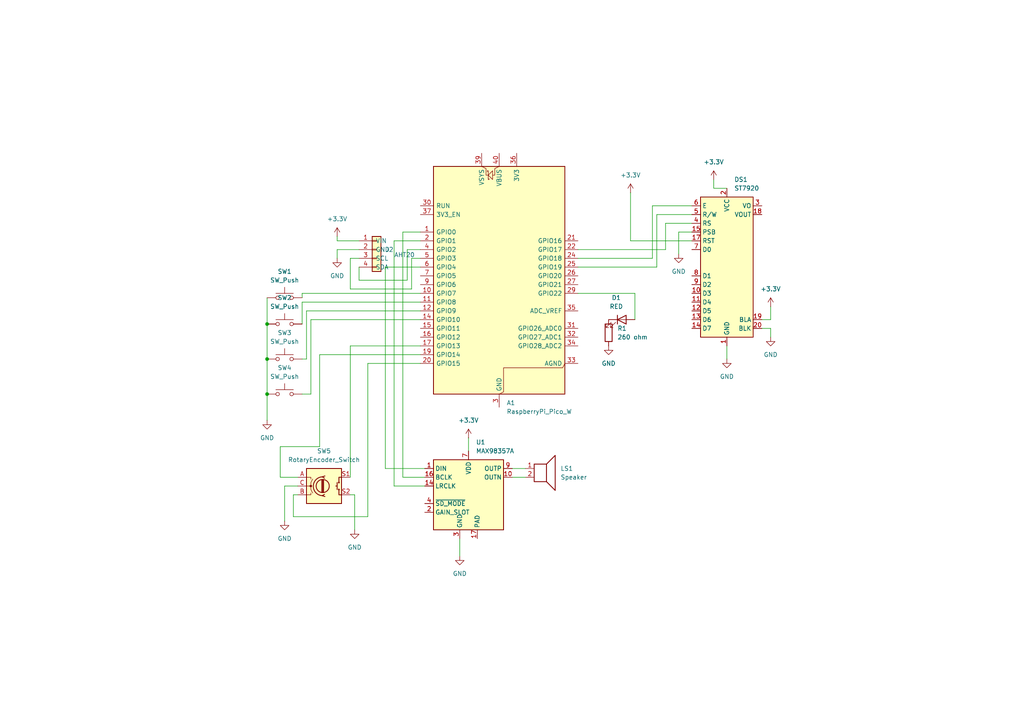
<source format=kicad_sch>
(kicad_sch (version 20250114) (generator "eeschema") (generator_version "9.0")
  (paper "A4")
  (lib_symbols
    (symbol "Audio:MAX98357A"
      (property "Reference" "U" (at -8.89 11.43 0))
      (property "Value" "MAX98357A" (at 10.16 11.43 0))
      (symbol "MAX98357A_1_1"
        (rectangle (start -10.16 10.16) (end 10.16 -10.16) (stroke (width 0.254)) (fill (type background)))
        (pin input line (at -12.7 7.62 0) (length 2.54) (name "DIN") (number "1"))
        (pin input line (at -12.7 5.08 0) (length 2.54) (name "BCLK") (number "16"))
        (pin input line (at -12.7 2.54 0) (length 2.54) (name "LRCLK") (number "14"))
        (pin input line (at -12.7 -2.54 0) (length 2.54) (name "~{SD_MODE}") (number "4"))
        (pin passive line (at -12.7 -5.08 0) (length 2.54) (name "GAIN_SLOT") (number "2"))
        (pin passive line (at -2.54 -12.7 90) (length 2.54) (hide yes) (name "GND") (number "11"))
        (pin passive line (at -2.54 -12.7 90) (length 2.54) (hide yes) (name "GND") (number "15"))
        (pin power_in line (at -2.54 -12.7 90) (length 2.54) (name "GND") (number "3"))
        (pin power_in line (at 0 12.7 270) (length 2.54) (name "VDD") (number "7"))
        (pin passive line (at 0 12.7 270) (length 2.54) (hide yes) (name "VDD") (number "8"))
        (pin unspecified line (at 2.54 -12.7 90) (length 2.54) (name "PAD") (number "17"))
        (pin no_connect line (at 10.16 2.54 180) (length 2.54) (hide yes) (name "NC") (number "5"))
        (pin no_connect line (at 10.16 0 180) (length 2.54) (hide yes) (name "NC") (number "6"))
        (pin no_connect line (at 10.16 -5.08 180) (length 2.54) (hide yes) (name "NC") (number "12"))
        (pin no_connect line (at 10.16 -7.62 180) (length 2.54) (hide yes) (name "NC") (number "13"))
        (pin output line (at 12.7 7.62 180) (length 2.54) (name "OUTP") (number "9"))
        (pin output line (at 12.7 5.08 180) (length 2.54) (name "OUTN") (number "10"))
      )
    )
    (symbol "Conn_01x04_1" (pin_names (offset 1.016))
      (property "Reference" "J1" (at 2.54 0.0001 0))
      (property "Value" "Conn_01x04" (at 2.54 -2.5399 0))
      (symbol "Conn_01x04_1_1_1"
        (rectangle (start -1.27 3.81) (end 1.27 -6.35) (stroke (width 0.254)) (fill (type background)))
        (rectangle (start -1.27 2.667) (end 0 2.413) (stroke (width 0.1524)))
        (rectangle (start -1.27 0.127) (end 0 -0.127) (stroke (width 0.1524)))
        (rectangle (start -1.27 -2.413) (end 0 -2.667) (stroke (width 0.1524)))
        (rectangle (start -1.27 -4.953) (end 0 -5.207) (stroke (width 0.1524)))
        (pin passive line (at -5.08 2.54 0) (length 3.81) (name "VIN") (number "1"))
        (pin passive line (at -5.08 0 0) (length 3.81) (name "GND") (number "2"))
        (pin passive line (at -5.08 -2.54 0) (length 3.81) (name "SCL") (number "3"))
        (pin passive line (at -5.08 -5.08 0) (length 3.81) (name "SDA") (number "4"))
      )
    )
    (symbol "Device:LED" (pin_numbers (hide yes)) (pin_names (offset 1.016) (hide yes))
      (property "Reference" "D" (at 0 2.54 0))
      (property "Value" "LED" (at 0 -2.54 0))
      (symbol "LED_0_1"
        (polyline (pts (xy -3.048 -0.762) (xy -4.572 -2.286) (xy -3.81 -2.286) (xy -4.572 -2.286) (xy -4.572 -1.524)))
        (polyline (pts (xy -1.778 -0.762) (xy -3.302 -2.286) (xy -2.54 -2.286) (xy -3.302 -2.286) (xy -3.302 -1.524)))
        (polyline (pts (xy -1.27 0) (xy 1.27 0)))
        (polyline (pts (xy -1.27 -1.27) (xy -1.27 1.27)) (stroke (width 0.254)))
        (polyline (pts (xy 1.27 -1.27) (xy 1.27 1.27) (xy -1.27 0) (xy 1.27 -1.27)) (stroke (width 0.254)))
      )
      (symbol "LED_1_1"
        (pin passive line (at -3.81 0 0) (length 2.54) (name "K") (number "1"))
        (pin passive line (at 3.81 0 180) (length 2.54) (name "A") (number "2"))
      )
    )
    (symbol "Device:R" (pin_numbers (hide yes)) (pin_names (offset 0))
      (property "Reference" "R" (at 2.032 0 90))
      (property "Value" "R" (at 0 0 90))
      (symbol "R_0_1"
        (rectangle (start -1.016 -2.54) (end 1.016 2.54) (stroke (width 0.254)))
      )
      (symbol "R_1_1"
        (pin passive line (at 0 3.81 270) (length 1.27) (name "~") (number "1"))
        (pin passive line (at 0 -3.81 90) (length 1.27) (name "~") (number "2"))
      )
    )
    (symbol "Device:RotaryEncoder_Switch" (pin_names (offset 0.254) (hide yes))
      (property "Reference" "SW" (at 0 6.604 0))
      (property "Value" "RotaryEncoder_Switch" (at 0 -6.604 0))
      (symbol "RotaryEncoder_Switch_0_1"
        (rectangle (start -5.08 5.08) (end 5.08 -5.08) (stroke (width 0.254)) (fill (type background)))
        (polyline (pts (xy -5.08 2.54) (xy -3.81 2.54) (xy -3.81 2.032)))
        (polyline (pts (xy -5.08 0) (xy -3.81 0) (xy -3.81 -1.016) (xy -3.302 -2.032)))
        (polyline (pts (xy -5.08 -2.54) (xy -3.81 -2.54) (xy -3.81 -2.032)))
        (polyline (pts (xy -4.318 0) (xy -3.81 0) (xy -3.81 1.016) (xy -3.302 2.032)))
        (circle (center -3.81 0) (radius 0.254) (fill (type outline)))
        (polyline (pts (xy -0.635 -1.778) (xy -0.635 1.778)) (stroke (width 0.254)))
        (circle (center -0.381 0) (radius 1.905) (stroke (width 0.254)))
        (polyline (pts (xy -0.381 -1.778) (xy -0.381 1.778)) (stroke (width 0.254)))
        (arc (start -0.381 -2.794) (mid -3.0988 -0.0635) (end -0.381 2.667) (stroke (width 0.254)))
        (polyline (pts (xy -0.127 1.778) (xy -0.127 -1.778)) (stroke (width 0.254)))
        (polyline (pts (xy 0.254 2.921) (xy -0.508 2.667) (xy 0.127 2.286)) (stroke (width 0.254)))
        (polyline (pts (xy 0.254 -3.048) (xy -0.508 -2.794) (xy 0.127 -2.413)) (stroke (width 0.254)))
        (polyline (pts (xy 3.81 1.016) (xy 3.81 -1.016)) (stroke (width 0.254)))
        (polyline (pts (xy 3.81 0) (xy 3.429 0)) (stroke (width 0.254)))
        (circle (center 4.318 1.016) (radius 0.127) (stroke (width 0.254)))
        (circle (center 4.318 -1.016) (radius 0.127) (stroke (width 0.254)))
        (polyline (pts (xy 5.08 2.54) (xy 4.318 2.54) (xy 4.318 1.016)) (stroke (width 0.254)))
        (polyline (pts (xy 5.08 -2.54) (xy 4.318 -2.54) (xy 4.318 -1.016)) (stroke (width 0.254)))
      )
      (symbol "RotaryEncoder_Switch_1_1"
        (pin passive line (at -7.62 2.54 0) (length 2.54) (name "A") (number "A"))
        (pin passive line (at -7.62 0 0) (length 2.54) (name "C") (number "C"))
        (pin passive line (at -7.62 -2.54 0) (length 2.54) (name "B") (number "B"))
        (pin passive line (at 7.62 2.54 180) (length 2.54) (name "S1") (number "S1"))
        (pin passive line (at 7.62 -2.54 180) (length 2.54) (name "S2") (number "S2"))
      )
    )
    (symbol "Device:Speaker" (pin_names (offset 0) (hide yes))
      (property "Reference" "LS" (at 1.27 5.715 0))
      (property "Value" "Speaker" (at 1.27 3.81 0))
      (symbol "Speaker_0_0"
        (rectangle (start -2.54 1.27) (end 1.016 -3.81) (stroke (width 0.254)))
        (polyline (pts (xy 1.016 1.27) (xy 3.556 3.81) (xy 3.556 -6.35) (xy 1.016 -3.81)) (stroke (width 0.254)))
      )
      (symbol "Speaker_1_1"
        (pin input line (at -5.08 0 0) (length 2.54) (name "1") (number "1"))
        (pin input line (at -5.08 -2.54 0) (length 2.54) (name "2") (number "2"))
      )
    )
    (symbol "Display_Graphic:ST7920"
      (property "Reference" "DS" (at -7.62 22.86 0))
      (property "Value" "ST7920" (at 7.62 22.86 0))
      (symbol "ST7920_0_0"
        (pin input line (at -10.16 7.62 0) (length 2.54) (name "RST") (number "17"))
        (pin power_out line (at 10.16 15.24 180) (length 2.54) (name "VOUT") (number "18"))
        (pin input line (at 10.16 -15.24 180) (length 2.54) (name "BLA") (number "19"))
        (pin input line (at 10.16 -17.78 180) (length 2.54) (name "BLK") (number "20"))
      )
      (symbol "ST7920_1_1"
        (rectangle (start -7.62 20.32) (end 7.62 -20.32) (stroke (width 0.254)) (fill (type background)))
        (pin input line (at -10.16 17.78 0) (length 2.54) (name "E") (number "6"))
        (pin input line (at -10.16 15.24 0) (length 2.54) (name "R/W") (number "5"))
        (pin input line (at -10.16 12.7 0) (length 2.54) (name "RS") (number "4"))
        (pin input line (at -10.16 10.16 0) (length 2.54) (name "PSB") (number "15"))
        (pin input line (at -10.16 5.08 0) (length 2.54) (name "D0") (number "7"))
        (pin input line (at -10.16 -2.54 0) (length 2.54) (name "D1") (number "8"))
        (pin input line (at -10.16 -5.08 0) (length 2.54) (name "D2") (number "9"))
        (pin input line (at -10.16 -7.62 0) (length 2.54) (name "D3") (number "10"))
        (pin input line (at -10.16 -10.16 0) (length 2.54) (name "D4") (number "11"))
        (pin input line (at -10.16 -12.7 0) (length 2.54) (name "D5") (number "12"))
        (pin input line (at -10.16 -15.24 0) (length 2.54) (name "D6") (number "13"))
        (pin input line (at -10.16 -17.78 0) (length 2.54) (name "D7") (number "14"))
        (pin power_in line (at 0 22.86 270) (length 2.54) (name "VCC") (number "2"))
        (pin power_in line (at 0 -22.86 90) (length 2.54) (name "GND") (number "1"))
        (pin no_connect line (at 7.62 12.7 180) (length 2.54) (hide yes) (name "NC") (number "16"))
        (pin input line (at 10.16 17.78 180) (length 2.54) (name "VO") (number "3"))
      )
    )
    (symbol "MCU_Module:RaspberryPi_Pico_W" (pin_names (offset 0.762))
      (property "Reference" "A" (at -19.05 35.56 0))
      (property "Value" "RaspberryPi_Pico_W" (at 7.62 35.56 0))
      (symbol "RaspberryPi_Pico_W_0_1"
        (rectangle (start -19.05 34.29) (end 19.05 -31.75) (stroke (width 0.254)) (fill (type background)))
        (polyline (pts (xy -5.08 34.29) (xy -3.81 33.655) (xy -3.81 31.75) (xy -3.175 31.75)))
        (polyline (pts (xy -3.429 32.766) (xy -3.429 33.02) (xy -3.175 33.02) (xy -3.175 30.48) (xy -2.921 30.48) (xy -2.921 30.734)))
        (polyline (pts (xy -3.175 31.75) (xy -1.905 33.02) (xy -1.905 30.48) (xy -3.175 31.75)))
        (polyline (pts (xy 0 34.29) (xy -1.27 33.655) (xy -1.27 31.75) (xy -1.905 31.75)))
        (polyline (pts (xy 0 -31.75) (xy 1.27 -31.115) (xy 1.27 -24.13) (xy 18.415 -24.13) (xy 19.05 -22.86)))
      )
      (symbol "RaspberryPi_Pico_W_1_1"
        (pin passive line (at -22.86 22.86 0) (length 3.81) (name "RUN") (number "30"))
        (pin passive line (at -22.86 20.32 0) (length 3.81) (name "3V3_EN") (number "37"))
        (pin bidirectional line (at -22.86 15.24 0) (length 3.81) (name "GPIO0") (number "1"))
        (pin bidirectional line (at -22.86 12.7 0) (length 3.81) (name "GPIO1") (number "2"))
        (pin bidirectional line (at -22.86 10.16 0) (length 3.81) (name "GPIO2") (number "4"))
        (pin bidirectional line (at -22.86 7.62 0) (length 3.81) (name "GPIO3") (number "5"))
        (pin bidirectional line (at -22.86 5.08 0) (length 3.81) (name "GPIO4") (number "6"))
        (pin bidirectional line (at -22.86 2.54 0) (length 3.81) (name "GPIO5") (number "7"))
        (pin bidirectional line (at -22.86 0 0) (length 3.81) (name "GPIO6") (number "9"))
        (pin bidirectional line (at -22.86 -2.54 0) (length 3.81) (name "GPIO7") (number "10"))
        (pin bidirectional line (at -22.86 -5.08 0) (length 3.81) (name "GPIO8") (number "11"))
        (pin bidirectional line (at -22.86 -7.62 0) (length 3.81) (name "GPIO9") (number "12"))
        (pin bidirectional line (at -22.86 -10.16 0) (length 3.81) (name "GPIO10") (number "14"))
        (pin bidirectional line (at -22.86 -12.7 0) (length 3.81) (name "GPIO11") (number "15"))
        (pin bidirectional line (at -22.86 -15.24 0) (length 3.81) (name "GPIO12") (number "16"))
        (pin bidirectional line (at -22.86 -17.78 0) (length 3.81) (name "GPIO13") (number "17"))
        (pin bidirectional line (at -22.86 -20.32 0) (length 3.81) (name "GPIO14") (number "19"))
        (pin bidirectional line (at -22.86 -22.86 0) (length 3.81) (name "GPIO15") (number "20"))
        (pin power_in line (at -5.08 38.1 270) (length 3.81) (name "VSYS") (number "39"))
        (pin power_out line (at 0 38.1 270) (length 3.81) (name "VBUS") (number "40"))
        (pin passive line (at 0 -35.56 90) (length 3.81) (hide yes) (name "GND") (number "13"))
        (pin passive line (at 0 -35.56 90) (length 3.81) (hide yes) (name "GND") (number "18"))
        (pin passive line (at 0 -35.56 90) (length 3.81) (hide yes) (name "GND") (number "23"))
        (pin passive line (at 0 -35.56 90) (length 3.81) (hide yes) (name "GND") (number "28"))
        (pin power_out line (at 0 -35.56 90) (length 3.81) (name "GND") (number "3"))
        (pin passive line (at 0 -35.56 90) (length 3.81) (hide yes) (name "GND") (number "38"))
        (pin passive line (at 0 -35.56 90) (length 3.81) (hide yes) (name "GND") (number "8"))
        (pin power_out line (at 5.08 38.1 270) (length 3.81) (name "3V3") (number "36"))
        (pin bidirectional line (at 22.86 12.7 180) (length 3.81) (name "GPIO16") (number "21"))
        (pin bidirectional line (at 22.86 10.16 180) (length 3.81) (name "GPIO17") (number "22"))
        (pin bidirectional line (at 22.86 7.62 180) (length 3.81) (name "GPIO18") (number "24"))
        (pin bidirectional line (at 22.86 5.08 180) (length 3.81) (name "GPIO19") (number "25"))
        (pin bidirectional line (at 22.86 2.54 180) (length 3.81) (name "GPIO20") (number "26"))
        (pin bidirectional line (at 22.86 0 180) (length 3.81) (name "GPIO21") (number "27"))
        (pin bidirectional line (at 22.86 -2.54 180) (length 3.81) (name "GPIO22") (number "29"))
        (pin power_in line (at 22.86 -7.62 180) (length 3.81) (name "ADC_VREF") (number "35"))
        (pin bidirectional line (at 22.86 -12.7 180) (length 3.81) (name "GPIO26_ADC0") (number "31"))
        (pin bidirectional line (at 22.86 -15.24 180) (length 3.81) (name "GPIO27_ADC1") (number "32"))
        (pin bidirectional line (at 22.86 -17.78 180) (length 3.81) (name "GPIO28_ADC2") (number "34"))
        (pin power_out line (at 22.86 -22.86 180) (length 3.81) (name "AGND") (number "33"))
      )
    )
    (symbol "Switch:SW_Push" (pin_numbers (hide yes)) (pin_names (offset 1.016) (hide yes))
      (property "Reference" "SW" (at 1.27 2.54 0))
      (property "Value" "SW_Push" (at 0 -1.524 0))
      (symbol "SW_Push_0_1"
        (circle (center -2.032 0) (radius 0.508))
        (polyline (pts (xy 0 1.27) (xy 0 3.048)))
        (circle (center 2.032 0) (radius 0.508))
        (polyline (pts (xy 2.54 1.27) (xy -2.54 1.27)))
        (pin passive line (at -5.08 0 0) (length 2.54) (name "1") (number "1"))
        (pin passive line (at 5.08 0 180) (length 2.54) (name "2") (number "2"))
      )
    )
    (symbol "power:+3.3V" (power) (pin_numbers (hide yes)) (pin_names (offset 0) (hide yes))
      (property "Value" "+3.3V" (at 0 3.556 0))
      (symbol "+3.3V_0_1"
        (polyline (pts (xy -0.762 1.27) (xy 0 2.54)))
        (polyline (pts (xy 0 2.54) (xy 0.762 1.27)))
        (polyline (pts (xy 0 0) (xy 0 2.54)))
      )
      (symbol "+3.3V_1_1"
        (pin power_in line (at 0 0 90) (length 0) (name "~") (number "1"))
      )
    )
    (symbol "power:GND" (power) (pin_numbers (hide yes)) (pin_names (offset 0) (hide yes))
      (property "Value" "GND" (at 0 -3.81 0))
      (symbol "GND_0_1"
        (polyline (pts (xy 0 0) (xy 0 -1.27) (xy 1.27 -1.27) (xy 0 -2.54) (xy -1.27 -1.27) (xy 0 -1.27)))
      )
      (symbol "GND_1_1"
        (pin power_in line (at 0 0 270) (length 0) (name "~") (number "1"))
      )
    )
  )
  (junction (at 77.47 114.3))
  (junction (at 77.47 93.98))
  (junction (at 77.47 104.14))
  (wire (pts (xy 118.11 72.39) (xy 121.92 72.39)))
  (wire (pts (xy 193.04 64.77) (xy 200.66 64.77)))
  (wire (pts (xy 121.92 102.87) (xy 92.71 102.87)))
  (wire (pts (xy 111.76 77.47) (xy 111.76 135.89)))
  (wire (pts (xy 148.59 135.89) (xy 152.4 135.89)))
  (wire (pts (xy 121.92 77.47) (xy 111.76 77.47)))
  (wire (pts (xy 88.9 90.17) (xy 88.9 104.14)))
  (wire (pts (xy 207.01 52.07) (xy 207.01 54.61)))
  (wire (pts (xy 81.28 129.54) (xy 81.28 138.43)))
  (wire (pts (xy 77.47 104.14) (xy 77.47 114.3)))
  (wire (pts (xy 167.64 72.39) (xy 193.04 72.39)))
  (wire (pts (xy 118.11 81.28) (xy 118.11 72.39)))
  (wire (pts (xy 101.6 100.33) (xy 121.92 100.33)))
  (wire (pts (xy 104.14 81.28) (xy 118.11 81.28)))
  (wire (pts (xy 116.84 67.31) (xy 116.84 138.43)))
  (wire (pts (xy 90.17 114.3) (xy 87.63 114.3)))
  (wire (pts (xy 210.82 54.61) (xy 207.01 54.61)))
  (wire (pts (xy 135.89 127) (xy 135.89 130.81)))
  (wire (pts (xy 121.92 105.41) (xy 106.68 105.41)))
  (wire (pts (xy 184.15 85.09) (xy 184.15 92.71)))
  (wire (pts (xy 190.5 62.23) (xy 200.66 62.23)))
  (wire (pts (xy 101.6 138.43) (xy 101.6 100.33)))
  (wire (pts (xy 220.98 95.25) (xy 223.52 95.25)))
  (wire (pts (xy 86.36 140.97) (xy 82.55 140.97)))
  (wire (pts (xy 92.71 102.87) (xy 92.71 129.54)))
  (wire (pts (xy 119.38 83.82) (xy 119.38 74.93)))
  (wire (pts (xy 116.84 138.43) (xy 123.19 138.43)))
  (wire (pts (xy 104.14 74.93) (xy 101.6 74.93)))
  (wire (pts (xy 102.87 143.51) (xy 102.87 153.67)))
  (wire (pts (xy 77.47 93.98) (xy 77.47 104.14)))
  (wire (pts (xy 189.23 74.93) (xy 189.23 59.69)))
  (wire (pts (xy 85.09 143.51) (xy 86.36 143.51)))
  (wire (pts (xy 190.5 77.47) (xy 190.5 62.23)))
  (wire (pts (xy 101.6 143.51) (xy 102.87 143.51)))
  (wire (pts (xy 104.14 72.39) (xy 97.79 72.39)))
  (wire (pts (xy 92.71 129.54) (xy 81.28 129.54)))
  (wire (pts (xy 121.92 90.17) (xy 88.9 90.17)))
  (wire (pts (xy 196.85 73.66) (xy 196.85 67.31)))
  (wire (pts (xy 90.17 92.71) (xy 90.17 114.3)))
  (wire (pts (xy 106.68 105.41) (xy 106.68 149.86)))
  (wire (pts (xy 223.52 92.71) (xy 223.52 88.9)))
  (wire (pts (xy 101.6 83.82) (xy 119.38 83.82)))
  (wire (pts (xy 119.38 74.93) (xy 121.92 74.93)))
  (wire (pts (xy 189.23 59.69) (xy 200.66 59.69)))
  (wire (pts (xy 106.68 149.86) (xy 85.09 149.86)))
  (wire (pts (xy 82.55 140.97) (xy 82.55 151.13)))
  (wire (pts (xy 200.66 69.85) (xy 182.88 69.85)))
  (wire (pts (xy 121.92 87.63) (xy 87.63 87.63)))
  (wire (pts (xy 85.09 149.86) (xy 85.09 143.51)))
  (wire (pts (xy 121.92 85.09) (xy 87.63 85.09)))
  (wire (pts (xy 77.47 86.36) (xy 77.47 93.98)))
  (wire (pts (xy 220.98 92.71) (xy 223.52 92.71)))
  (wire (pts (xy 193.04 72.39) (xy 193.04 64.77)))
  (wire (pts (xy 104.14 77.47) (xy 104.14 81.28)))
  (wire (pts (xy 88.9 104.14) (xy 87.63 104.14)))
  (wire (pts (xy 81.28 138.43) (xy 86.36 138.43)))
  (wire (pts (xy 223.52 95.25) (xy 223.52 97.79)))
  (wire (pts (xy 133.35 156.21) (xy 133.35 161.29)))
  (wire (pts (xy 121.92 67.31) (xy 116.84 67.31)))
  (wire (pts (xy 77.47 114.3) (xy 77.47 121.92)))
  (wire (pts (xy 97.79 72.39) (xy 97.79 74.93)))
  (wire (pts (xy 87.63 87.63) (xy 87.63 93.98)))
  (wire (pts (xy 101.6 74.93) (xy 101.6 83.82)))
  (wire (pts (xy 121.92 92.71) (xy 90.17 92.71)))
  (wire (pts (xy 167.64 85.09) (xy 184.15 85.09)))
  (wire (pts (xy 87.63 85.09) (xy 87.63 86.36)))
  (wire (pts (xy 182.88 69.85) (xy 182.88 55.88)))
  (wire (pts (xy 121.92 69.85) (xy 114.3 69.85)))
  (wire (pts (xy 97.79 68.58) (xy 97.79 69.85)))
  (wire (pts (xy 148.59 138.43) (xy 152.4 138.43)))
  (wire (pts (xy 104.14 69.85) (xy 97.79 69.85)))
  (wire (pts (xy 210.82 100.33) (xy 210.82 104.14)))
  (wire (pts (xy 114.3 69.85) (xy 114.3 140.97)))
  (wire (pts (xy 114.3 140.97) (xy 123.19 140.97)))
  (wire (pts (xy 167.64 74.93) (xy 189.23 74.93)))
  (wire (pts (xy 196.85 67.31) (xy 200.66 67.31)))
  (wire (pts (xy 111.76 135.89) (xy 123.19 135.89)))
  (wire (pts (xy 167.64 77.47) (xy 190.5 77.47)))
  (symbol (lib_id "Display_Graphic:ST7920") (at 210.82 77.47 0) (unit 1)
    (property "Reference" "DS1" (at 212.9633 52.07 0) (effects (justify left)))
    (property "Value" "ST7920" (at 212.9633 54.61 0) (effects (justify left)))
    (property "Footprint" "Display:ST7920_128x64" (effects (hide yes)))
    (property "Datasheet" "https://www.waveshare.com/datasheet/LCD_en_PDF/ST7920.pdf" (effects (hide yes)))
    (property "Description" "LCD dot-matrix, graphical, 8 bit parallel bus, SPI" (effects (hide yes)))
  )
  (symbol (lib_id "Device:LED") (at 180.34 92.71 0) (unit 1)
    (property "Reference" "D1" (at 178.7525 86.36 0))
    (property "Value" "RED" (at 178.7525 88.9 0))
    (property "Description" "Light emitting diode" (effects (hide yes)))
    (property "Sim.Pins" "1=K 2=A" (effects (hide yes)))
  )
  (symbol (lib_id "power:GND") (at 77.47 121.92 0) (unit 1)
    (property "Reference" "#PWR011" (effects (hide yes)))
    (property "Value" "GND" (at 77.47 127 0))
    (property "Description" "Power symbol creates a global label with name \"GND\" , ground" (effects (hide yes)))
  )
  (symbol (lib_id "power:GND") (at 97.79 74.93 0) (unit 1)
    (property "Reference" "#PWR08" (effects (hide yes)))
    (property "Value" "GND" (at 97.79 80.01 0))
    (property "Description" "Power symbol creates a global label with name \"GND\" , ground" (effects (hide yes)))
  )
  (symbol (lib_id "Switch:SW_Push") (at 82.55 93.98 0) (unit 1)
    (property "Reference" "SW2" (at 82.55 86.36 0))
    (property "Value" "SW_Push" (at 82.55 88.9 0))
    (property "Description" "Push button switch, generic, two pins" (effects (hide yes)))
  )
  (symbol (lib_id "Switch:SW_Push") (at 82.55 104.14 0) (unit 1)
    (property "Reference" "SW3" (at 82.55 96.52 0))
    (property "Value" "SW_Push" (at 82.55 99.06 0))
    (property "Description" "Push button switch, generic, two pins" (effects (hide yes)))
  )
  (symbol (lib_id "power:+3.3V") (at 182.88 55.88 0) (unit 1)
    (property "Reference" "#PWR06" (effects (hide yes)))
    (property "Value" "+3.3V" (at 182.88 50.8 0))
    (property "Description" "Power symbol creates a global label with name \"+3.3V\"" (effects (hide yes)))
  )
  (symbol (lib_id "power:GND") (at 133.35 161.29 0) (unit 1)
    (property "Reference" "#PWR09" (effects (hide yes)))
    (property "Value" "GND" (at 133.35 166.37 0))
    (property "Description" "Power symbol creates a global label with name \"GND\" , ground" (effects (hide yes)))
  )
  (symbol (lib_id "power:GND") (at 176.53 100.33 0) (unit 1)
    (property "Reference" "#PWR014" (effects (hide yes)))
    (property "Value" "GND" (at 176.53 105.41 0))
    (property "Description" "Power symbol creates a global label with name \"GND\" , ground" (effects (hide yes)))
  )
  (symbol (lib_id "Switch:SW_Push") (at 82.55 86.36 0) (unit 1)
    (property "Reference" "SW1" (at 82.55 78.74 0))
    (property "Value" "SW_Push" (at 82.55 81.28 0))
    (property "Description" "Push button switch, generic, two pins" (effects (hide yes)))
  )
  (symbol (lib_id "power:GND") (at 196.85 73.66 0) (unit 1)
    (property "Reference" "#PWR01" (effects (hide yes)))
    (property "Value" "GND" (at 196.85 78.74 0))
    (property "Description" "Power symbol creates a global label with name \"GND\" , ground" (effects (hide yes)))
  )
  (symbol (lib_name "Conn_01x04_1") (lib_id "Connector_Generic:Conn_01x04") (at 109.22 72.39 0) (unit 1)
    (property "Reference" "J2" (at 111.76 72.3899 0) (effects (justify left)))
    (property "Value" "AHT20" (at 114.3 73.914 0) (effects (justify left)))
    (property "Description" "AHT20 temp+humidity sensor" (effects (hide yes)))
  )
  (symbol (lib_id "power:+3.3V") (at 207.01 52.07 0) (unit 1)
    (property "Reference" "#PWR03" (effects (hide yes)))
    (property "Value" "+3.3V" (at 207.01 46.99 0))
    (property "Description" "Power symbol creates a global label with name \"+3.3V\"" (effects (hide yes)))
  )
  (symbol (lib_id "power:GND") (at 102.87 153.67 0) (unit 1)
    (property "Reference" "#PWR013" (effects (hide yes)))
    (property "Value" "GND" (at 102.87 158.75 0))
    (property "Description" "Power symbol creates a global label with name \"GND\" , ground" (effects (hide yes)))
  )
  (symbol (lib_id "Device:Speaker") (at 157.48 135.89 0) (unit 1)
    (property "Reference" "LS1" (at 162.56 135.8899 0) (effects (justify left)))
    (property "Value" "Speaker" (at 162.56 138.4299 0) (effects (justify left)))
    (property "Description" "Speaker" (effects (hide yes)))
  )
  (symbol (lib_id "power:+3.3V") (at 97.79 68.58 0) (unit 1)
    (property "Reference" "#PWR07" (effects (hide yes)))
    (property "Value" "+3.3V" (at 97.79 63.5 0))
    (property "Description" "Power symbol creates a global label with name \"+3.3V\"" (effects (hide yes)))
  )
  (symbol (lib_id "power:GND") (at 210.82 104.14 0) (unit 1)
    (property "Reference" "#PWR02" (effects (hide yes)))
    (property "Value" "GND" (at 210.82 109.22 0))
    (property "Description" "Power symbol creates a global label with name \"GND\" , ground" (effects (hide yes)))
  )
  (symbol (lib_id "Device:R") (at 176.53 96.52 0) (unit 1)
    (property "Reference" "R1" (at 179.07 95.2499 0) (effects (justify left)))
    (property "Value" "260 ohm" (at 179.07 97.7899 0) (effects (justify left)))
    (property "Description" "Resistor" (effects (hide yes)))
  )
  (symbol (lib_id "Audio:MAX98357A") (at 135.89 143.51 0) (unit 1)
    (property "Reference" "U1" (at 138.0333 128.27 0) (effects (justify left)))
    (property "Value" "MAX98357A" (at 138.0333 130.81 0) (effects (justify left)))
    (property "Footprint" "Package_DFN_QFN:TQFN-16-1EP_3x3mm_P0.5mm_EP1.23x1.23mm" (effects (hide yes)))
    (property "Datasheet" "https://www.analog.com/media/en/technical-documentation/data-sheets/MAX98357A-MAX98357B.pdf" (effects (hide yes)))
    (property "Description" "Mono DAC with amplifier, I2S, PCM, TDM, 32-bit, 96khz, 3.2W, TQFP-16" (effects (hide yes)))
  )
  (symbol (lib_id "MCU_Module:RaspberryPi_Pico_W") (at 144.78 82.55 0) (unit 1)
    (property "Reference" "A1" (at 146.9233 116.84 0) (effects (justify left)))
    (property "Value" "RaspberryPi_Pico_W" (at 146.9233 119.38 0) (effects (justify left)))
    (property "Footprint" "Module:RaspberryPi_Pico_W_SMD_HandSolder" (effects (hide yes)))
    (property "Datasheet" "https://datasheets.raspberrypi.com/picow/pico-w-datasheet.pdf" (effects (hide yes)))
    (property "Description" "Versatile and inexpensive wireless microcontroller module powered by RP2040 dual-core Arm Cortex-M0+ processor up to 133 MHz, 264kB SRAM, 2MB QSPI flash, Infineon CYW43439 2.4GHz 802.11n wireless LAN; also supports Raspberry Pi Pico 2 W" (effects (hide yes)))
  )
  (symbol (lib_id "power:+3.3V") (at 135.89 127 0) (unit 1)
    (property "Reference" "#PWR010" (effects (hide yes)))
    (property "Value" "+3.3V" (at 135.89 121.92 0))
    (property "Description" "Power symbol creates a global label with name \"+3.3V\"" (effects (hide yes)))
  )
  (symbol (lib_id "Switch:SW_Push") (at 82.55 114.3 0) (unit 1)
    (property "Reference" "SW4" (at 82.55 106.68 0))
    (property "Value" "SW_Push" (at 82.55 109.22 0))
    (property "Description" "Push button switch, generic, two pins" (effects (hide yes)))
  )
  (symbol (lib_id "power:GND") (at 223.52 97.79 0) (unit 1)
    (property "Reference" "#PWR05" (effects (hide yes)))
    (property "Value" "GND" (at 223.52 102.87 0))
    (property "Description" "Power symbol creates a global label with name \"GND\" , ground" (effects (hide yes)))
  )
  (symbol (lib_id "power:GND") (at 82.55 151.13 0) (unit 1)
    (property "Reference" "#PWR012" (effects (hide yes)))
    (property "Value" "GND" (at 82.55 156.21 0))
    (property "Description" "Power symbol creates a global label with name \"GND\" , ground" (effects (hide yes)))
  )
  (symbol (lib_id "power:+3.3V") (at 223.52 88.9 0) (unit 1)
    (property "Reference" "#PWR04" (effects (hide yes)))
    (property "Value" "+3.3V" (at 223.52 83.82 0))
    (property "Description" "Power symbol creates a global label with name \"+3.3V\"" (effects (hide yes)))
  )
  (symbol (lib_id "Device:RotaryEncoder_Switch") (at 93.98 140.97 0) (unit 1)
    (property "Reference" "SW5" (at 93.98 130.81 0))
    (property "Value" "RotaryEncoder_Switch" (at 93.98 133.35 0))
    (property "Description" "Rotary encoder, dual channel, incremental quadrate outputs, with switch" (effects (hide yes)))
  )
)
</source>
